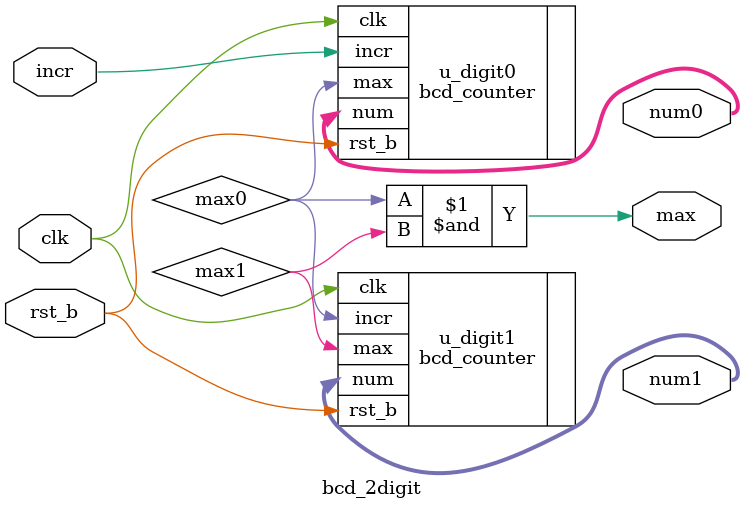
<source format=v>
module bcd_2digit (
  input             rst_b,
  input             clk,
  input             incr,
  output reg [3:0]  num0,
  output reg [3:0]  num1,
  output            max
);

wire max0;
wire max1;

bcd_counter u_digit0 (
  .rst_b(rst_b),
  .clk  (clk  ),
  .incr (incr ),
  .num  (num0 ),
  .max  (max0 )
);

bcd_counter u_digit1 (
  .rst_b(rst_b),
  .clk  (clk  ),
  .incr (max0 ),
  .num  (num1 ),
  .max  (max1 )
);

assign max = max0 & max1;

endmodule

</source>
